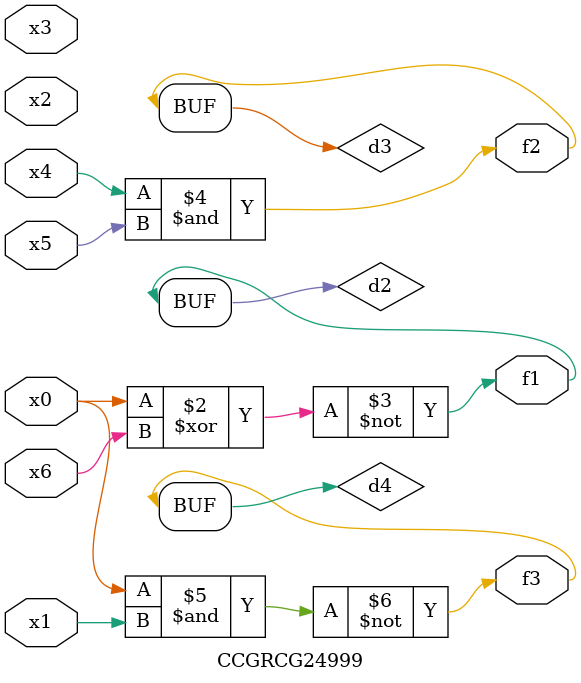
<source format=v>
module CCGRCG24999(
	input x0, x1, x2, x3, x4, x5, x6,
	output f1, f2, f3
);

	wire d1, d2, d3, d4;

	nor (d1, x0);
	xnor (d2, x0, x6);
	and (d3, x4, x5);
	nand (d4, x0, x1);
	assign f1 = d2;
	assign f2 = d3;
	assign f3 = d4;
endmodule

</source>
